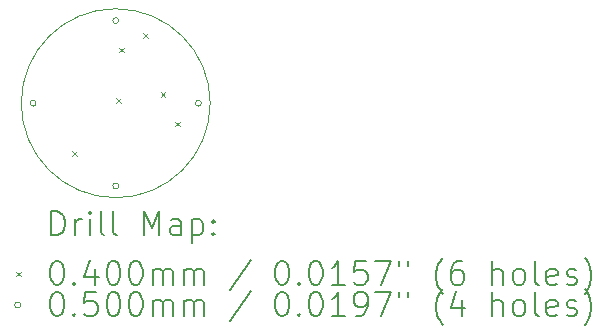
<source format=gbr>
%TF.GenerationSoftware,KiCad,Pcbnew,7.0.6*%
%TF.CreationDate,2023-08-11T19:23:27-02:30*%
%TF.ProjectId,bioin_tacto_bno08x,62696f69-6e5f-4746-9163-746f5f626e6f,rev?*%
%TF.SameCoordinates,Original*%
%TF.FileFunction,Drillmap*%
%TF.FilePolarity,Positive*%
%FSLAX45Y45*%
G04 Gerber Fmt 4.5, Leading zero omitted, Abs format (unit mm)*
G04 Created by KiCad (PCBNEW 7.0.6) date 2023-08-11 19:23:27*
%MOMM*%
%LPD*%
G01*
G04 APERTURE LIST*
%ADD10C,0.100000*%
%ADD11C,0.200000*%
%ADD12C,0.040000*%
%ADD13C,0.050000*%
G04 APERTURE END LIST*
D10*
X13800000Y-7000000D02*
G75*
G03*
X13800000Y-7000000I-800000J0D01*
G01*
D11*
D12*
X12630000Y-7405000D02*
X12670000Y-7445000D01*
X12670000Y-7405000D02*
X12630000Y-7445000D01*
X13005000Y-6955000D02*
X13045000Y-6995000D01*
X13045000Y-6955000D02*
X13005000Y-6995000D01*
X13030000Y-6530000D02*
X13070000Y-6570000D01*
X13070000Y-6530000D02*
X13030000Y-6570000D01*
X13230000Y-6405000D02*
X13270000Y-6445000D01*
X13270000Y-6405000D02*
X13230000Y-6445000D01*
X13380000Y-6905000D02*
X13420000Y-6945000D01*
X13420000Y-6905000D02*
X13380000Y-6945000D01*
X13505000Y-7155000D02*
X13545000Y-7195000D01*
X13545000Y-7155000D02*
X13505000Y-7195000D01*
D13*
X12325000Y-7000000D02*
G75*
G03*
X12325000Y-7000000I-25000J0D01*
G01*
X13025000Y-6300000D02*
G75*
G03*
X13025000Y-6300000I-25000J0D01*
G01*
X13025000Y-7700000D02*
G75*
G03*
X13025000Y-7700000I-25000J0D01*
G01*
X13725000Y-7000000D02*
G75*
G03*
X13725000Y-7000000I-25000J0D01*
G01*
D11*
X12455777Y-8116484D02*
X12455777Y-7916484D01*
X12455777Y-7916484D02*
X12503396Y-7916484D01*
X12503396Y-7916484D02*
X12531967Y-7926008D01*
X12531967Y-7926008D02*
X12551015Y-7945055D01*
X12551015Y-7945055D02*
X12560539Y-7964103D01*
X12560539Y-7964103D02*
X12570062Y-8002198D01*
X12570062Y-8002198D02*
X12570062Y-8030769D01*
X12570062Y-8030769D02*
X12560539Y-8068865D01*
X12560539Y-8068865D02*
X12551015Y-8087912D01*
X12551015Y-8087912D02*
X12531967Y-8106960D01*
X12531967Y-8106960D02*
X12503396Y-8116484D01*
X12503396Y-8116484D02*
X12455777Y-8116484D01*
X12655777Y-8116484D02*
X12655777Y-7983150D01*
X12655777Y-8021246D02*
X12665301Y-8002198D01*
X12665301Y-8002198D02*
X12674824Y-7992674D01*
X12674824Y-7992674D02*
X12693872Y-7983150D01*
X12693872Y-7983150D02*
X12712920Y-7983150D01*
X12779586Y-8116484D02*
X12779586Y-7983150D01*
X12779586Y-7916484D02*
X12770062Y-7926008D01*
X12770062Y-7926008D02*
X12779586Y-7935531D01*
X12779586Y-7935531D02*
X12789110Y-7926008D01*
X12789110Y-7926008D02*
X12779586Y-7916484D01*
X12779586Y-7916484D02*
X12779586Y-7935531D01*
X12903396Y-8116484D02*
X12884348Y-8106960D01*
X12884348Y-8106960D02*
X12874824Y-8087912D01*
X12874824Y-8087912D02*
X12874824Y-7916484D01*
X13008158Y-8116484D02*
X12989110Y-8106960D01*
X12989110Y-8106960D02*
X12979586Y-8087912D01*
X12979586Y-8087912D02*
X12979586Y-7916484D01*
X13236729Y-8116484D02*
X13236729Y-7916484D01*
X13236729Y-7916484D02*
X13303396Y-8059341D01*
X13303396Y-8059341D02*
X13370062Y-7916484D01*
X13370062Y-7916484D02*
X13370062Y-8116484D01*
X13551015Y-8116484D02*
X13551015Y-8011722D01*
X13551015Y-8011722D02*
X13541491Y-7992674D01*
X13541491Y-7992674D02*
X13522443Y-7983150D01*
X13522443Y-7983150D02*
X13484348Y-7983150D01*
X13484348Y-7983150D02*
X13465301Y-7992674D01*
X13551015Y-8106960D02*
X13531967Y-8116484D01*
X13531967Y-8116484D02*
X13484348Y-8116484D01*
X13484348Y-8116484D02*
X13465301Y-8106960D01*
X13465301Y-8106960D02*
X13455777Y-8087912D01*
X13455777Y-8087912D02*
X13455777Y-8068865D01*
X13455777Y-8068865D02*
X13465301Y-8049817D01*
X13465301Y-8049817D02*
X13484348Y-8040293D01*
X13484348Y-8040293D02*
X13531967Y-8040293D01*
X13531967Y-8040293D02*
X13551015Y-8030769D01*
X13646253Y-7983150D02*
X13646253Y-8183150D01*
X13646253Y-7992674D02*
X13665301Y-7983150D01*
X13665301Y-7983150D02*
X13703396Y-7983150D01*
X13703396Y-7983150D02*
X13722443Y-7992674D01*
X13722443Y-7992674D02*
X13731967Y-8002198D01*
X13731967Y-8002198D02*
X13741491Y-8021246D01*
X13741491Y-8021246D02*
X13741491Y-8078388D01*
X13741491Y-8078388D02*
X13731967Y-8097436D01*
X13731967Y-8097436D02*
X13722443Y-8106960D01*
X13722443Y-8106960D02*
X13703396Y-8116484D01*
X13703396Y-8116484D02*
X13665301Y-8116484D01*
X13665301Y-8116484D02*
X13646253Y-8106960D01*
X13827205Y-8097436D02*
X13836729Y-8106960D01*
X13836729Y-8106960D02*
X13827205Y-8116484D01*
X13827205Y-8116484D02*
X13817682Y-8106960D01*
X13817682Y-8106960D02*
X13827205Y-8097436D01*
X13827205Y-8097436D02*
X13827205Y-8116484D01*
X13827205Y-7992674D02*
X13836729Y-8002198D01*
X13836729Y-8002198D02*
X13827205Y-8011722D01*
X13827205Y-8011722D02*
X13817682Y-8002198D01*
X13817682Y-8002198D02*
X13827205Y-7992674D01*
X13827205Y-7992674D02*
X13827205Y-8011722D01*
D12*
X12155000Y-8425000D02*
X12195000Y-8465000D01*
X12195000Y-8425000D02*
X12155000Y-8465000D01*
D11*
X12493872Y-8336484D02*
X12512920Y-8336484D01*
X12512920Y-8336484D02*
X12531967Y-8346008D01*
X12531967Y-8346008D02*
X12541491Y-8355531D01*
X12541491Y-8355531D02*
X12551015Y-8374579D01*
X12551015Y-8374579D02*
X12560539Y-8412674D01*
X12560539Y-8412674D02*
X12560539Y-8460293D01*
X12560539Y-8460293D02*
X12551015Y-8498389D01*
X12551015Y-8498389D02*
X12541491Y-8517436D01*
X12541491Y-8517436D02*
X12531967Y-8526960D01*
X12531967Y-8526960D02*
X12512920Y-8536484D01*
X12512920Y-8536484D02*
X12493872Y-8536484D01*
X12493872Y-8536484D02*
X12474824Y-8526960D01*
X12474824Y-8526960D02*
X12465301Y-8517436D01*
X12465301Y-8517436D02*
X12455777Y-8498389D01*
X12455777Y-8498389D02*
X12446253Y-8460293D01*
X12446253Y-8460293D02*
X12446253Y-8412674D01*
X12446253Y-8412674D02*
X12455777Y-8374579D01*
X12455777Y-8374579D02*
X12465301Y-8355531D01*
X12465301Y-8355531D02*
X12474824Y-8346008D01*
X12474824Y-8346008D02*
X12493872Y-8336484D01*
X12646253Y-8517436D02*
X12655777Y-8526960D01*
X12655777Y-8526960D02*
X12646253Y-8536484D01*
X12646253Y-8536484D02*
X12636729Y-8526960D01*
X12636729Y-8526960D02*
X12646253Y-8517436D01*
X12646253Y-8517436D02*
X12646253Y-8536484D01*
X12827205Y-8403150D02*
X12827205Y-8536484D01*
X12779586Y-8326960D02*
X12731967Y-8469817D01*
X12731967Y-8469817D02*
X12855777Y-8469817D01*
X12970062Y-8336484D02*
X12989110Y-8336484D01*
X12989110Y-8336484D02*
X13008158Y-8346008D01*
X13008158Y-8346008D02*
X13017682Y-8355531D01*
X13017682Y-8355531D02*
X13027205Y-8374579D01*
X13027205Y-8374579D02*
X13036729Y-8412674D01*
X13036729Y-8412674D02*
X13036729Y-8460293D01*
X13036729Y-8460293D02*
X13027205Y-8498389D01*
X13027205Y-8498389D02*
X13017682Y-8517436D01*
X13017682Y-8517436D02*
X13008158Y-8526960D01*
X13008158Y-8526960D02*
X12989110Y-8536484D01*
X12989110Y-8536484D02*
X12970062Y-8536484D01*
X12970062Y-8536484D02*
X12951015Y-8526960D01*
X12951015Y-8526960D02*
X12941491Y-8517436D01*
X12941491Y-8517436D02*
X12931967Y-8498389D01*
X12931967Y-8498389D02*
X12922443Y-8460293D01*
X12922443Y-8460293D02*
X12922443Y-8412674D01*
X12922443Y-8412674D02*
X12931967Y-8374579D01*
X12931967Y-8374579D02*
X12941491Y-8355531D01*
X12941491Y-8355531D02*
X12951015Y-8346008D01*
X12951015Y-8346008D02*
X12970062Y-8336484D01*
X13160539Y-8336484D02*
X13179586Y-8336484D01*
X13179586Y-8336484D02*
X13198634Y-8346008D01*
X13198634Y-8346008D02*
X13208158Y-8355531D01*
X13208158Y-8355531D02*
X13217682Y-8374579D01*
X13217682Y-8374579D02*
X13227205Y-8412674D01*
X13227205Y-8412674D02*
X13227205Y-8460293D01*
X13227205Y-8460293D02*
X13217682Y-8498389D01*
X13217682Y-8498389D02*
X13208158Y-8517436D01*
X13208158Y-8517436D02*
X13198634Y-8526960D01*
X13198634Y-8526960D02*
X13179586Y-8536484D01*
X13179586Y-8536484D02*
X13160539Y-8536484D01*
X13160539Y-8536484D02*
X13141491Y-8526960D01*
X13141491Y-8526960D02*
X13131967Y-8517436D01*
X13131967Y-8517436D02*
X13122443Y-8498389D01*
X13122443Y-8498389D02*
X13112920Y-8460293D01*
X13112920Y-8460293D02*
X13112920Y-8412674D01*
X13112920Y-8412674D02*
X13122443Y-8374579D01*
X13122443Y-8374579D02*
X13131967Y-8355531D01*
X13131967Y-8355531D02*
X13141491Y-8346008D01*
X13141491Y-8346008D02*
X13160539Y-8336484D01*
X13312920Y-8536484D02*
X13312920Y-8403150D01*
X13312920Y-8422198D02*
X13322443Y-8412674D01*
X13322443Y-8412674D02*
X13341491Y-8403150D01*
X13341491Y-8403150D02*
X13370063Y-8403150D01*
X13370063Y-8403150D02*
X13389110Y-8412674D01*
X13389110Y-8412674D02*
X13398634Y-8431722D01*
X13398634Y-8431722D02*
X13398634Y-8536484D01*
X13398634Y-8431722D02*
X13408158Y-8412674D01*
X13408158Y-8412674D02*
X13427205Y-8403150D01*
X13427205Y-8403150D02*
X13455777Y-8403150D01*
X13455777Y-8403150D02*
X13474824Y-8412674D01*
X13474824Y-8412674D02*
X13484348Y-8431722D01*
X13484348Y-8431722D02*
X13484348Y-8536484D01*
X13579586Y-8536484D02*
X13579586Y-8403150D01*
X13579586Y-8422198D02*
X13589110Y-8412674D01*
X13589110Y-8412674D02*
X13608158Y-8403150D01*
X13608158Y-8403150D02*
X13636729Y-8403150D01*
X13636729Y-8403150D02*
X13655777Y-8412674D01*
X13655777Y-8412674D02*
X13665301Y-8431722D01*
X13665301Y-8431722D02*
X13665301Y-8536484D01*
X13665301Y-8431722D02*
X13674824Y-8412674D01*
X13674824Y-8412674D02*
X13693872Y-8403150D01*
X13693872Y-8403150D02*
X13722443Y-8403150D01*
X13722443Y-8403150D02*
X13741491Y-8412674D01*
X13741491Y-8412674D02*
X13751015Y-8431722D01*
X13751015Y-8431722D02*
X13751015Y-8536484D01*
X14141491Y-8326960D02*
X13970063Y-8584103D01*
X14398634Y-8336484D02*
X14417682Y-8336484D01*
X14417682Y-8336484D02*
X14436729Y-8346008D01*
X14436729Y-8346008D02*
X14446253Y-8355531D01*
X14446253Y-8355531D02*
X14455777Y-8374579D01*
X14455777Y-8374579D02*
X14465301Y-8412674D01*
X14465301Y-8412674D02*
X14465301Y-8460293D01*
X14465301Y-8460293D02*
X14455777Y-8498389D01*
X14455777Y-8498389D02*
X14446253Y-8517436D01*
X14446253Y-8517436D02*
X14436729Y-8526960D01*
X14436729Y-8526960D02*
X14417682Y-8536484D01*
X14417682Y-8536484D02*
X14398634Y-8536484D01*
X14398634Y-8536484D02*
X14379586Y-8526960D01*
X14379586Y-8526960D02*
X14370063Y-8517436D01*
X14370063Y-8517436D02*
X14360539Y-8498389D01*
X14360539Y-8498389D02*
X14351015Y-8460293D01*
X14351015Y-8460293D02*
X14351015Y-8412674D01*
X14351015Y-8412674D02*
X14360539Y-8374579D01*
X14360539Y-8374579D02*
X14370063Y-8355531D01*
X14370063Y-8355531D02*
X14379586Y-8346008D01*
X14379586Y-8346008D02*
X14398634Y-8336484D01*
X14551015Y-8517436D02*
X14560539Y-8526960D01*
X14560539Y-8526960D02*
X14551015Y-8536484D01*
X14551015Y-8536484D02*
X14541491Y-8526960D01*
X14541491Y-8526960D02*
X14551015Y-8517436D01*
X14551015Y-8517436D02*
X14551015Y-8536484D01*
X14684348Y-8336484D02*
X14703396Y-8336484D01*
X14703396Y-8336484D02*
X14722444Y-8346008D01*
X14722444Y-8346008D02*
X14731967Y-8355531D01*
X14731967Y-8355531D02*
X14741491Y-8374579D01*
X14741491Y-8374579D02*
X14751015Y-8412674D01*
X14751015Y-8412674D02*
X14751015Y-8460293D01*
X14751015Y-8460293D02*
X14741491Y-8498389D01*
X14741491Y-8498389D02*
X14731967Y-8517436D01*
X14731967Y-8517436D02*
X14722444Y-8526960D01*
X14722444Y-8526960D02*
X14703396Y-8536484D01*
X14703396Y-8536484D02*
X14684348Y-8536484D01*
X14684348Y-8536484D02*
X14665301Y-8526960D01*
X14665301Y-8526960D02*
X14655777Y-8517436D01*
X14655777Y-8517436D02*
X14646253Y-8498389D01*
X14646253Y-8498389D02*
X14636729Y-8460293D01*
X14636729Y-8460293D02*
X14636729Y-8412674D01*
X14636729Y-8412674D02*
X14646253Y-8374579D01*
X14646253Y-8374579D02*
X14655777Y-8355531D01*
X14655777Y-8355531D02*
X14665301Y-8346008D01*
X14665301Y-8346008D02*
X14684348Y-8336484D01*
X14941491Y-8536484D02*
X14827206Y-8536484D01*
X14884348Y-8536484D02*
X14884348Y-8336484D01*
X14884348Y-8336484D02*
X14865301Y-8365055D01*
X14865301Y-8365055D02*
X14846253Y-8384103D01*
X14846253Y-8384103D02*
X14827206Y-8393627D01*
X15122444Y-8336484D02*
X15027206Y-8336484D01*
X15027206Y-8336484D02*
X15017682Y-8431722D01*
X15017682Y-8431722D02*
X15027206Y-8422198D01*
X15027206Y-8422198D02*
X15046253Y-8412674D01*
X15046253Y-8412674D02*
X15093872Y-8412674D01*
X15093872Y-8412674D02*
X15112920Y-8422198D01*
X15112920Y-8422198D02*
X15122444Y-8431722D01*
X15122444Y-8431722D02*
X15131967Y-8450770D01*
X15131967Y-8450770D02*
X15131967Y-8498389D01*
X15131967Y-8498389D02*
X15122444Y-8517436D01*
X15122444Y-8517436D02*
X15112920Y-8526960D01*
X15112920Y-8526960D02*
X15093872Y-8536484D01*
X15093872Y-8536484D02*
X15046253Y-8536484D01*
X15046253Y-8536484D02*
X15027206Y-8526960D01*
X15027206Y-8526960D02*
X15017682Y-8517436D01*
X15198634Y-8336484D02*
X15331967Y-8336484D01*
X15331967Y-8336484D02*
X15246253Y-8536484D01*
X15398634Y-8336484D02*
X15398634Y-8374579D01*
X15474825Y-8336484D02*
X15474825Y-8374579D01*
X15770063Y-8612674D02*
X15760539Y-8603150D01*
X15760539Y-8603150D02*
X15741491Y-8574579D01*
X15741491Y-8574579D02*
X15731968Y-8555531D01*
X15731968Y-8555531D02*
X15722444Y-8526960D01*
X15722444Y-8526960D02*
X15712920Y-8479341D01*
X15712920Y-8479341D02*
X15712920Y-8441246D01*
X15712920Y-8441246D02*
X15722444Y-8393627D01*
X15722444Y-8393627D02*
X15731968Y-8365055D01*
X15731968Y-8365055D02*
X15741491Y-8346008D01*
X15741491Y-8346008D02*
X15760539Y-8317436D01*
X15760539Y-8317436D02*
X15770063Y-8307912D01*
X15931968Y-8336484D02*
X15893872Y-8336484D01*
X15893872Y-8336484D02*
X15874825Y-8346008D01*
X15874825Y-8346008D02*
X15865301Y-8355531D01*
X15865301Y-8355531D02*
X15846253Y-8384103D01*
X15846253Y-8384103D02*
X15836729Y-8422198D01*
X15836729Y-8422198D02*
X15836729Y-8498389D01*
X15836729Y-8498389D02*
X15846253Y-8517436D01*
X15846253Y-8517436D02*
X15855777Y-8526960D01*
X15855777Y-8526960D02*
X15874825Y-8536484D01*
X15874825Y-8536484D02*
X15912920Y-8536484D01*
X15912920Y-8536484D02*
X15931968Y-8526960D01*
X15931968Y-8526960D02*
X15941491Y-8517436D01*
X15941491Y-8517436D02*
X15951015Y-8498389D01*
X15951015Y-8498389D02*
X15951015Y-8450770D01*
X15951015Y-8450770D02*
X15941491Y-8431722D01*
X15941491Y-8431722D02*
X15931968Y-8422198D01*
X15931968Y-8422198D02*
X15912920Y-8412674D01*
X15912920Y-8412674D02*
X15874825Y-8412674D01*
X15874825Y-8412674D02*
X15855777Y-8422198D01*
X15855777Y-8422198D02*
X15846253Y-8431722D01*
X15846253Y-8431722D02*
X15836729Y-8450770D01*
X16189110Y-8536484D02*
X16189110Y-8336484D01*
X16274825Y-8536484D02*
X16274825Y-8431722D01*
X16274825Y-8431722D02*
X16265301Y-8412674D01*
X16265301Y-8412674D02*
X16246253Y-8403150D01*
X16246253Y-8403150D02*
X16217682Y-8403150D01*
X16217682Y-8403150D02*
X16198634Y-8412674D01*
X16198634Y-8412674D02*
X16189110Y-8422198D01*
X16398634Y-8536484D02*
X16379587Y-8526960D01*
X16379587Y-8526960D02*
X16370063Y-8517436D01*
X16370063Y-8517436D02*
X16360539Y-8498389D01*
X16360539Y-8498389D02*
X16360539Y-8441246D01*
X16360539Y-8441246D02*
X16370063Y-8422198D01*
X16370063Y-8422198D02*
X16379587Y-8412674D01*
X16379587Y-8412674D02*
X16398634Y-8403150D01*
X16398634Y-8403150D02*
X16427206Y-8403150D01*
X16427206Y-8403150D02*
X16446253Y-8412674D01*
X16446253Y-8412674D02*
X16455777Y-8422198D01*
X16455777Y-8422198D02*
X16465301Y-8441246D01*
X16465301Y-8441246D02*
X16465301Y-8498389D01*
X16465301Y-8498389D02*
X16455777Y-8517436D01*
X16455777Y-8517436D02*
X16446253Y-8526960D01*
X16446253Y-8526960D02*
X16427206Y-8536484D01*
X16427206Y-8536484D02*
X16398634Y-8536484D01*
X16579587Y-8536484D02*
X16560539Y-8526960D01*
X16560539Y-8526960D02*
X16551015Y-8507912D01*
X16551015Y-8507912D02*
X16551015Y-8336484D01*
X16731968Y-8526960D02*
X16712920Y-8536484D01*
X16712920Y-8536484D02*
X16674825Y-8536484D01*
X16674825Y-8536484D02*
X16655777Y-8526960D01*
X16655777Y-8526960D02*
X16646253Y-8507912D01*
X16646253Y-8507912D02*
X16646253Y-8431722D01*
X16646253Y-8431722D02*
X16655777Y-8412674D01*
X16655777Y-8412674D02*
X16674825Y-8403150D01*
X16674825Y-8403150D02*
X16712920Y-8403150D01*
X16712920Y-8403150D02*
X16731968Y-8412674D01*
X16731968Y-8412674D02*
X16741491Y-8431722D01*
X16741491Y-8431722D02*
X16741491Y-8450770D01*
X16741491Y-8450770D02*
X16646253Y-8469817D01*
X16817682Y-8526960D02*
X16836730Y-8536484D01*
X16836730Y-8536484D02*
X16874825Y-8536484D01*
X16874825Y-8536484D02*
X16893873Y-8526960D01*
X16893873Y-8526960D02*
X16903396Y-8507912D01*
X16903396Y-8507912D02*
X16903396Y-8498389D01*
X16903396Y-8498389D02*
X16893873Y-8479341D01*
X16893873Y-8479341D02*
X16874825Y-8469817D01*
X16874825Y-8469817D02*
X16846253Y-8469817D01*
X16846253Y-8469817D02*
X16827206Y-8460293D01*
X16827206Y-8460293D02*
X16817682Y-8441246D01*
X16817682Y-8441246D02*
X16817682Y-8431722D01*
X16817682Y-8431722D02*
X16827206Y-8412674D01*
X16827206Y-8412674D02*
X16846253Y-8403150D01*
X16846253Y-8403150D02*
X16874825Y-8403150D01*
X16874825Y-8403150D02*
X16893873Y-8412674D01*
X16970063Y-8612674D02*
X16979587Y-8603150D01*
X16979587Y-8603150D02*
X16998634Y-8574579D01*
X16998634Y-8574579D02*
X17008158Y-8555531D01*
X17008158Y-8555531D02*
X17017682Y-8526960D01*
X17017682Y-8526960D02*
X17027206Y-8479341D01*
X17027206Y-8479341D02*
X17027206Y-8441246D01*
X17027206Y-8441246D02*
X17017682Y-8393627D01*
X17017682Y-8393627D02*
X17008158Y-8365055D01*
X17008158Y-8365055D02*
X16998634Y-8346008D01*
X16998634Y-8346008D02*
X16979587Y-8317436D01*
X16979587Y-8317436D02*
X16970063Y-8307912D01*
D13*
X12195000Y-8709000D02*
G75*
G03*
X12195000Y-8709000I-25000J0D01*
G01*
D11*
X12493872Y-8600484D02*
X12512920Y-8600484D01*
X12512920Y-8600484D02*
X12531967Y-8610008D01*
X12531967Y-8610008D02*
X12541491Y-8619531D01*
X12541491Y-8619531D02*
X12551015Y-8638579D01*
X12551015Y-8638579D02*
X12560539Y-8676674D01*
X12560539Y-8676674D02*
X12560539Y-8724293D01*
X12560539Y-8724293D02*
X12551015Y-8762389D01*
X12551015Y-8762389D02*
X12541491Y-8781436D01*
X12541491Y-8781436D02*
X12531967Y-8790960D01*
X12531967Y-8790960D02*
X12512920Y-8800484D01*
X12512920Y-8800484D02*
X12493872Y-8800484D01*
X12493872Y-8800484D02*
X12474824Y-8790960D01*
X12474824Y-8790960D02*
X12465301Y-8781436D01*
X12465301Y-8781436D02*
X12455777Y-8762389D01*
X12455777Y-8762389D02*
X12446253Y-8724293D01*
X12446253Y-8724293D02*
X12446253Y-8676674D01*
X12446253Y-8676674D02*
X12455777Y-8638579D01*
X12455777Y-8638579D02*
X12465301Y-8619531D01*
X12465301Y-8619531D02*
X12474824Y-8610008D01*
X12474824Y-8610008D02*
X12493872Y-8600484D01*
X12646253Y-8781436D02*
X12655777Y-8790960D01*
X12655777Y-8790960D02*
X12646253Y-8800484D01*
X12646253Y-8800484D02*
X12636729Y-8790960D01*
X12636729Y-8790960D02*
X12646253Y-8781436D01*
X12646253Y-8781436D02*
X12646253Y-8800484D01*
X12836729Y-8600484D02*
X12741491Y-8600484D01*
X12741491Y-8600484D02*
X12731967Y-8695722D01*
X12731967Y-8695722D02*
X12741491Y-8686198D01*
X12741491Y-8686198D02*
X12760539Y-8676674D01*
X12760539Y-8676674D02*
X12808158Y-8676674D01*
X12808158Y-8676674D02*
X12827205Y-8686198D01*
X12827205Y-8686198D02*
X12836729Y-8695722D01*
X12836729Y-8695722D02*
X12846253Y-8714770D01*
X12846253Y-8714770D02*
X12846253Y-8762389D01*
X12846253Y-8762389D02*
X12836729Y-8781436D01*
X12836729Y-8781436D02*
X12827205Y-8790960D01*
X12827205Y-8790960D02*
X12808158Y-8800484D01*
X12808158Y-8800484D02*
X12760539Y-8800484D01*
X12760539Y-8800484D02*
X12741491Y-8790960D01*
X12741491Y-8790960D02*
X12731967Y-8781436D01*
X12970062Y-8600484D02*
X12989110Y-8600484D01*
X12989110Y-8600484D02*
X13008158Y-8610008D01*
X13008158Y-8610008D02*
X13017682Y-8619531D01*
X13017682Y-8619531D02*
X13027205Y-8638579D01*
X13027205Y-8638579D02*
X13036729Y-8676674D01*
X13036729Y-8676674D02*
X13036729Y-8724293D01*
X13036729Y-8724293D02*
X13027205Y-8762389D01*
X13027205Y-8762389D02*
X13017682Y-8781436D01*
X13017682Y-8781436D02*
X13008158Y-8790960D01*
X13008158Y-8790960D02*
X12989110Y-8800484D01*
X12989110Y-8800484D02*
X12970062Y-8800484D01*
X12970062Y-8800484D02*
X12951015Y-8790960D01*
X12951015Y-8790960D02*
X12941491Y-8781436D01*
X12941491Y-8781436D02*
X12931967Y-8762389D01*
X12931967Y-8762389D02*
X12922443Y-8724293D01*
X12922443Y-8724293D02*
X12922443Y-8676674D01*
X12922443Y-8676674D02*
X12931967Y-8638579D01*
X12931967Y-8638579D02*
X12941491Y-8619531D01*
X12941491Y-8619531D02*
X12951015Y-8610008D01*
X12951015Y-8610008D02*
X12970062Y-8600484D01*
X13160539Y-8600484D02*
X13179586Y-8600484D01*
X13179586Y-8600484D02*
X13198634Y-8610008D01*
X13198634Y-8610008D02*
X13208158Y-8619531D01*
X13208158Y-8619531D02*
X13217682Y-8638579D01*
X13217682Y-8638579D02*
X13227205Y-8676674D01*
X13227205Y-8676674D02*
X13227205Y-8724293D01*
X13227205Y-8724293D02*
X13217682Y-8762389D01*
X13217682Y-8762389D02*
X13208158Y-8781436D01*
X13208158Y-8781436D02*
X13198634Y-8790960D01*
X13198634Y-8790960D02*
X13179586Y-8800484D01*
X13179586Y-8800484D02*
X13160539Y-8800484D01*
X13160539Y-8800484D02*
X13141491Y-8790960D01*
X13141491Y-8790960D02*
X13131967Y-8781436D01*
X13131967Y-8781436D02*
X13122443Y-8762389D01*
X13122443Y-8762389D02*
X13112920Y-8724293D01*
X13112920Y-8724293D02*
X13112920Y-8676674D01*
X13112920Y-8676674D02*
X13122443Y-8638579D01*
X13122443Y-8638579D02*
X13131967Y-8619531D01*
X13131967Y-8619531D02*
X13141491Y-8610008D01*
X13141491Y-8610008D02*
X13160539Y-8600484D01*
X13312920Y-8800484D02*
X13312920Y-8667150D01*
X13312920Y-8686198D02*
X13322443Y-8676674D01*
X13322443Y-8676674D02*
X13341491Y-8667150D01*
X13341491Y-8667150D02*
X13370063Y-8667150D01*
X13370063Y-8667150D02*
X13389110Y-8676674D01*
X13389110Y-8676674D02*
X13398634Y-8695722D01*
X13398634Y-8695722D02*
X13398634Y-8800484D01*
X13398634Y-8695722D02*
X13408158Y-8676674D01*
X13408158Y-8676674D02*
X13427205Y-8667150D01*
X13427205Y-8667150D02*
X13455777Y-8667150D01*
X13455777Y-8667150D02*
X13474824Y-8676674D01*
X13474824Y-8676674D02*
X13484348Y-8695722D01*
X13484348Y-8695722D02*
X13484348Y-8800484D01*
X13579586Y-8800484D02*
X13579586Y-8667150D01*
X13579586Y-8686198D02*
X13589110Y-8676674D01*
X13589110Y-8676674D02*
X13608158Y-8667150D01*
X13608158Y-8667150D02*
X13636729Y-8667150D01*
X13636729Y-8667150D02*
X13655777Y-8676674D01*
X13655777Y-8676674D02*
X13665301Y-8695722D01*
X13665301Y-8695722D02*
X13665301Y-8800484D01*
X13665301Y-8695722D02*
X13674824Y-8676674D01*
X13674824Y-8676674D02*
X13693872Y-8667150D01*
X13693872Y-8667150D02*
X13722443Y-8667150D01*
X13722443Y-8667150D02*
X13741491Y-8676674D01*
X13741491Y-8676674D02*
X13751015Y-8695722D01*
X13751015Y-8695722D02*
X13751015Y-8800484D01*
X14141491Y-8590960D02*
X13970063Y-8848103D01*
X14398634Y-8600484D02*
X14417682Y-8600484D01*
X14417682Y-8600484D02*
X14436729Y-8610008D01*
X14436729Y-8610008D02*
X14446253Y-8619531D01*
X14446253Y-8619531D02*
X14455777Y-8638579D01*
X14455777Y-8638579D02*
X14465301Y-8676674D01*
X14465301Y-8676674D02*
X14465301Y-8724293D01*
X14465301Y-8724293D02*
X14455777Y-8762389D01*
X14455777Y-8762389D02*
X14446253Y-8781436D01*
X14446253Y-8781436D02*
X14436729Y-8790960D01*
X14436729Y-8790960D02*
X14417682Y-8800484D01*
X14417682Y-8800484D02*
X14398634Y-8800484D01*
X14398634Y-8800484D02*
X14379586Y-8790960D01*
X14379586Y-8790960D02*
X14370063Y-8781436D01*
X14370063Y-8781436D02*
X14360539Y-8762389D01*
X14360539Y-8762389D02*
X14351015Y-8724293D01*
X14351015Y-8724293D02*
X14351015Y-8676674D01*
X14351015Y-8676674D02*
X14360539Y-8638579D01*
X14360539Y-8638579D02*
X14370063Y-8619531D01*
X14370063Y-8619531D02*
X14379586Y-8610008D01*
X14379586Y-8610008D02*
X14398634Y-8600484D01*
X14551015Y-8781436D02*
X14560539Y-8790960D01*
X14560539Y-8790960D02*
X14551015Y-8800484D01*
X14551015Y-8800484D02*
X14541491Y-8790960D01*
X14541491Y-8790960D02*
X14551015Y-8781436D01*
X14551015Y-8781436D02*
X14551015Y-8800484D01*
X14684348Y-8600484D02*
X14703396Y-8600484D01*
X14703396Y-8600484D02*
X14722444Y-8610008D01*
X14722444Y-8610008D02*
X14731967Y-8619531D01*
X14731967Y-8619531D02*
X14741491Y-8638579D01*
X14741491Y-8638579D02*
X14751015Y-8676674D01*
X14751015Y-8676674D02*
X14751015Y-8724293D01*
X14751015Y-8724293D02*
X14741491Y-8762389D01*
X14741491Y-8762389D02*
X14731967Y-8781436D01*
X14731967Y-8781436D02*
X14722444Y-8790960D01*
X14722444Y-8790960D02*
X14703396Y-8800484D01*
X14703396Y-8800484D02*
X14684348Y-8800484D01*
X14684348Y-8800484D02*
X14665301Y-8790960D01*
X14665301Y-8790960D02*
X14655777Y-8781436D01*
X14655777Y-8781436D02*
X14646253Y-8762389D01*
X14646253Y-8762389D02*
X14636729Y-8724293D01*
X14636729Y-8724293D02*
X14636729Y-8676674D01*
X14636729Y-8676674D02*
X14646253Y-8638579D01*
X14646253Y-8638579D02*
X14655777Y-8619531D01*
X14655777Y-8619531D02*
X14665301Y-8610008D01*
X14665301Y-8610008D02*
X14684348Y-8600484D01*
X14941491Y-8800484D02*
X14827206Y-8800484D01*
X14884348Y-8800484D02*
X14884348Y-8600484D01*
X14884348Y-8600484D02*
X14865301Y-8629055D01*
X14865301Y-8629055D02*
X14846253Y-8648103D01*
X14846253Y-8648103D02*
X14827206Y-8657627D01*
X15036729Y-8800484D02*
X15074825Y-8800484D01*
X15074825Y-8800484D02*
X15093872Y-8790960D01*
X15093872Y-8790960D02*
X15103396Y-8781436D01*
X15103396Y-8781436D02*
X15122444Y-8752865D01*
X15122444Y-8752865D02*
X15131967Y-8714770D01*
X15131967Y-8714770D02*
X15131967Y-8638579D01*
X15131967Y-8638579D02*
X15122444Y-8619531D01*
X15122444Y-8619531D02*
X15112920Y-8610008D01*
X15112920Y-8610008D02*
X15093872Y-8600484D01*
X15093872Y-8600484D02*
X15055777Y-8600484D01*
X15055777Y-8600484D02*
X15036729Y-8610008D01*
X15036729Y-8610008D02*
X15027206Y-8619531D01*
X15027206Y-8619531D02*
X15017682Y-8638579D01*
X15017682Y-8638579D02*
X15017682Y-8686198D01*
X15017682Y-8686198D02*
X15027206Y-8705246D01*
X15027206Y-8705246D02*
X15036729Y-8714770D01*
X15036729Y-8714770D02*
X15055777Y-8724293D01*
X15055777Y-8724293D02*
X15093872Y-8724293D01*
X15093872Y-8724293D02*
X15112920Y-8714770D01*
X15112920Y-8714770D02*
X15122444Y-8705246D01*
X15122444Y-8705246D02*
X15131967Y-8686198D01*
X15198634Y-8600484D02*
X15331967Y-8600484D01*
X15331967Y-8600484D02*
X15246253Y-8800484D01*
X15398634Y-8600484D02*
X15398634Y-8638579D01*
X15474825Y-8600484D02*
X15474825Y-8638579D01*
X15770063Y-8876674D02*
X15760539Y-8867150D01*
X15760539Y-8867150D02*
X15741491Y-8838579D01*
X15741491Y-8838579D02*
X15731968Y-8819531D01*
X15731968Y-8819531D02*
X15722444Y-8790960D01*
X15722444Y-8790960D02*
X15712920Y-8743341D01*
X15712920Y-8743341D02*
X15712920Y-8705246D01*
X15712920Y-8705246D02*
X15722444Y-8657627D01*
X15722444Y-8657627D02*
X15731968Y-8629055D01*
X15731968Y-8629055D02*
X15741491Y-8610008D01*
X15741491Y-8610008D02*
X15760539Y-8581436D01*
X15760539Y-8581436D02*
X15770063Y-8571912D01*
X15931968Y-8667150D02*
X15931968Y-8800484D01*
X15884348Y-8590960D02*
X15836729Y-8733817D01*
X15836729Y-8733817D02*
X15960539Y-8733817D01*
X16189110Y-8800484D02*
X16189110Y-8600484D01*
X16274825Y-8800484D02*
X16274825Y-8695722D01*
X16274825Y-8695722D02*
X16265301Y-8676674D01*
X16265301Y-8676674D02*
X16246253Y-8667150D01*
X16246253Y-8667150D02*
X16217682Y-8667150D01*
X16217682Y-8667150D02*
X16198634Y-8676674D01*
X16198634Y-8676674D02*
X16189110Y-8686198D01*
X16398634Y-8800484D02*
X16379587Y-8790960D01*
X16379587Y-8790960D02*
X16370063Y-8781436D01*
X16370063Y-8781436D02*
X16360539Y-8762389D01*
X16360539Y-8762389D02*
X16360539Y-8705246D01*
X16360539Y-8705246D02*
X16370063Y-8686198D01*
X16370063Y-8686198D02*
X16379587Y-8676674D01*
X16379587Y-8676674D02*
X16398634Y-8667150D01*
X16398634Y-8667150D02*
X16427206Y-8667150D01*
X16427206Y-8667150D02*
X16446253Y-8676674D01*
X16446253Y-8676674D02*
X16455777Y-8686198D01*
X16455777Y-8686198D02*
X16465301Y-8705246D01*
X16465301Y-8705246D02*
X16465301Y-8762389D01*
X16465301Y-8762389D02*
X16455777Y-8781436D01*
X16455777Y-8781436D02*
X16446253Y-8790960D01*
X16446253Y-8790960D02*
X16427206Y-8800484D01*
X16427206Y-8800484D02*
X16398634Y-8800484D01*
X16579587Y-8800484D02*
X16560539Y-8790960D01*
X16560539Y-8790960D02*
X16551015Y-8771912D01*
X16551015Y-8771912D02*
X16551015Y-8600484D01*
X16731968Y-8790960D02*
X16712920Y-8800484D01*
X16712920Y-8800484D02*
X16674825Y-8800484D01*
X16674825Y-8800484D02*
X16655777Y-8790960D01*
X16655777Y-8790960D02*
X16646253Y-8771912D01*
X16646253Y-8771912D02*
X16646253Y-8695722D01*
X16646253Y-8695722D02*
X16655777Y-8676674D01*
X16655777Y-8676674D02*
X16674825Y-8667150D01*
X16674825Y-8667150D02*
X16712920Y-8667150D01*
X16712920Y-8667150D02*
X16731968Y-8676674D01*
X16731968Y-8676674D02*
X16741491Y-8695722D01*
X16741491Y-8695722D02*
X16741491Y-8714770D01*
X16741491Y-8714770D02*
X16646253Y-8733817D01*
X16817682Y-8790960D02*
X16836730Y-8800484D01*
X16836730Y-8800484D02*
X16874825Y-8800484D01*
X16874825Y-8800484D02*
X16893873Y-8790960D01*
X16893873Y-8790960D02*
X16903396Y-8771912D01*
X16903396Y-8771912D02*
X16903396Y-8762389D01*
X16903396Y-8762389D02*
X16893873Y-8743341D01*
X16893873Y-8743341D02*
X16874825Y-8733817D01*
X16874825Y-8733817D02*
X16846253Y-8733817D01*
X16846253Y-8733817D02*
X16827206Y-8724293D01*
X16827206Y-8724293D02*
X16817682Y-8705246D01*
X16817682Y-8705246D02*
X16817682Y-8695722D01*
X16817682Y-8695722D02*
X16827206Y-8676674D01*
X16827206Y-8676674D02*
X16846253Y-8667150D01*
X16846253Y-8667150D02*
X16874825Y-8667150D01*
X16874825Y-8667150D02*
X16893873Y-8676674D01*
X16970063Y-8876674D02*
X16979587Y-8867150D01*
X16979587Y-8867150D02*
X16998634Y-8838579D01*
X16998634Y-8838579D02*
X17008158Y-8819531D01*
X17008158Y-8819531D02*
X17017682Y-8790960D01*
X17017682Y-8790960D02*
X17027206Y-8743341D01*
X17027206Y-8743341D02*
X17027206Y-8705246D01*
X17027206Y-8705246D02*
X17017682Y-8657627D01*
X17017682Y-8657627D02*
X17008158Y-8629055D01*
X17008158Y-8629055D02*
X16998634Y-8610008D01*
X16998634Y-8610008D02*
X16979587Y-8581436D01*
X16979587Y-8581436D02*
X16970063Y-8571912D01*
M02*

</source>
